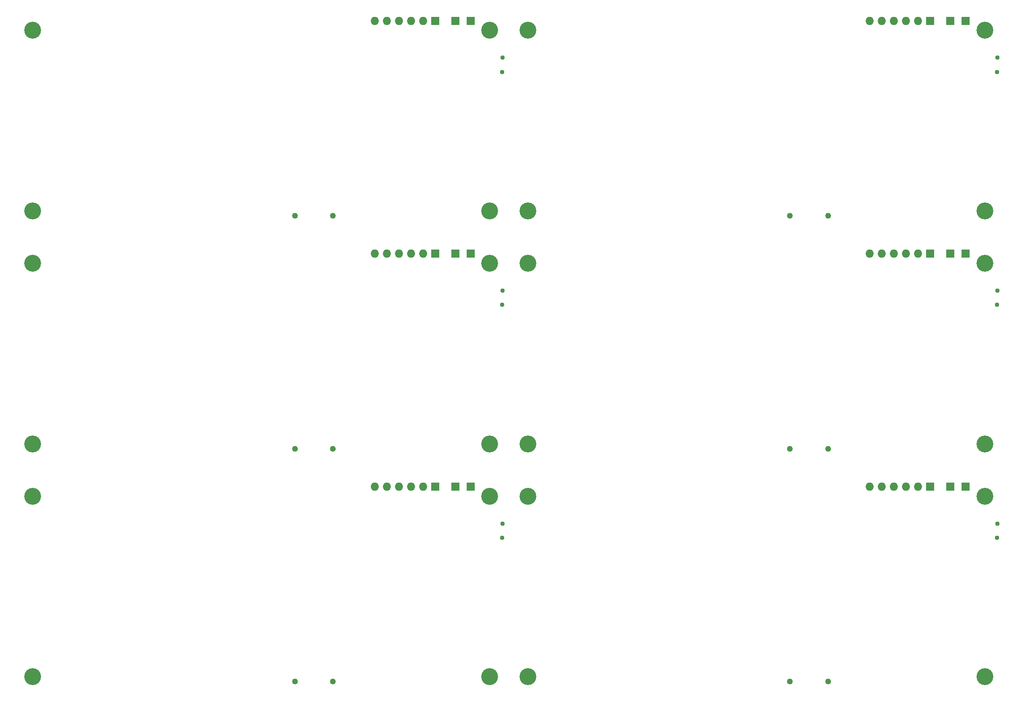
<source format=gbr>
G04 #@! TF.FileFunction,Soldermask,Bot*
%FSLAX46Y46*%
G04 Gerber Fmt 4.6, Leading zero omitted, Abs format (unit mm)*
G04 Created by KiCad (PCBNEW 4.0.4-snap1-stable) date Fri May 24 02:00:32 2019*
%MOMM*%
%LPD*%
G01*
G04 APERTURE LIST*
%ADD10C,0.150000*%
%ADD11R,1.750000X1.750000*%
%ADD12O,1.750000X1.750000*%
%ADD13C,0.950000*%
%ADD14C,1.250000*%
%ADD15C,3.550000*%
G04 APERTURE END LIST*
D10*
D11*
X193750000Y-70000000D03*
X197000000Y-70000000D03*
X189500000Y-70000000D03*
D12*
X186960000Y-70000000D03*
X184420000Y-70000000D03*
X181880000Y-70000000D03*
X179340000Y-70000000D03*
X176800000Y-70000000D03*
D13*
X203600000Y-80750000D03*
X203650000Y-77750000D03*
D14*
X160070000Y-111000000D03*
X168050000Y-111000000D03*
D15*
X105000000Y-72000000D03*
X105000000Y-110000000D03*
X201000000Y-72000000D03*
X201000000Y-110000000D03*
D11*
X297750000Y-70000000D03*
X301000000Y-70000000D03*
X293500000Y-70000000D03*
D12*
X290960000Y-70000000D03*
X288420000Y-70000000D03*
X285880000Y-70000000D03*
X283340000Y-70000000D03*
X280800000Y-70000000D03*
D13*
X307600000Y-80750000D03*
X307650000Y-77750000D03*
D14*
X264070000Y-111000000D03*
X272050000Y-111000000D03*
D15*
X209000000Y-72000000D03*
X209000000Y-110000000D03*
X305000000Y-72000000D03*
X305000000Y-110000000D03*
D11*
X193750000Y-119000000D03*
X197000000Y-119000000D03*
X189500000Y-119000000D03*
D12*
X186960000Y-119000000D03*
X184420000Y-119000000D03*
X181880000Y-119000000D03*
X179340000Y-119000000D03*
X176800000Y-119000000D03*
D13*
X203600000Y-129750000D03*
X203650000Y-126750000D03*
D14*
X160070000Y-160000000D03*
X168050000Y-160000000D03*
D15*
X105000000Y-121000000D03*
X105000000Y-159000000D03*
X201000000Y-121000000D03*
X201000000Y-159000000D03*
D11*
X297750000Y-119000000D03*
X301000000Y-119000000D03*
X293500000Y-119000000D03*
D12*
X290960000Y-119000000D03*
X288420000Y-119000000D03*
X285880000Y-119000000D03*
X283340000Y-119000000D03*
X280800000Y-119000000D03*
D13*
X307600000Y-129750000D03*
X307650000Y-126750000D03*
D14*
X264070000Y-160000000D03*
X272050000Y-160000000D03*
D15*
X209000000Y-121000000D03*
X209000000Y-159000000D03*
X305000000Y-121000000D03*
X305000000Y-159000000D03*
D11*
X193750000Y-168000000D03*
X197000000Y-168000000D03*
X189500000Y-168000000D03*
D12*
X186960000Y-168000000D03*
X184420000Y-168000000D03*
X181880000Y-168000000D03*
X179340000Y-168000000D03*
X176800000Y-168000000D03*
D13*
X203600000Y-178750000D03*
X203650000Y-175750000D03*
D14*
X160070000Y-209000000D03*
X168050000Y-209000000D03*
D15*
X105000000Y-170000000D03*
X105000000Y-208000000D03*
X201000000Y-170000000D03*
X201000000Y-208000000D03*
D11*
X297750000Y-168000000D03*
X301000000Y-168000000D03*
X293500000Y-168000000D03*
D12*
X290960000Y-168000000D03*
X288420000Y-168000000D03*
X285880000Y-168000000D03*
X283340000Y-168000000D03*
X280800000Y-168000000D03*
D13*
X307600000Y-178750000D03*
X307650000Y-175750000D03*
D14*
X264070000Y-209000000D03*
X272050000Y-209000000D03*
D15*
X209000000Y-170000000D03*
X209000000Y-208000000D03*
X305000000Y-170000000D03*
X305000000Y-208000000D03*
M02*

</source>
